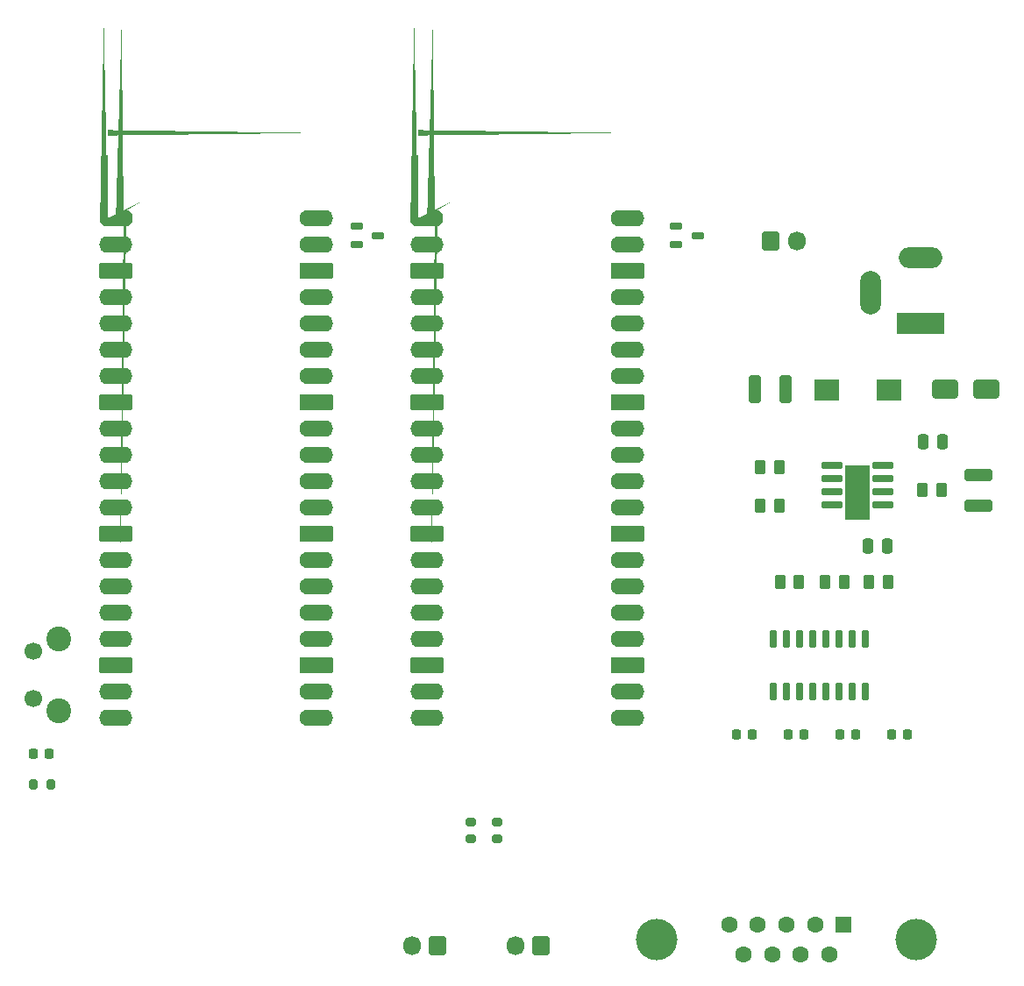
<source format=gbr>
%TF.GenerationSoftware,KiCad,Pcbnew,7.0.1-3b83917a11~172~ubuntu22.04.1*%
%TF.CreationDate,2023-04-16T23:39:10+09:00*%
%TF.ProjectId,pcb,7063622e-6b69-4636-9164-5f7063625858,rev?*%
%TF.SameCoordinates,Original*%
%TF.FileFunction,Soldermask,Top*%
%TF.FilePolarity,Negative*%
%FSLAX46Y46*%
G04 Gerber Fmt 4.6, Leading zero omitted, Abs format (unit mm)*
G04 Created by KiCad (PCBNEW 7.0.1-3b83917a11~172~ubuntu22.04.1) date 2023-04-16 23:39:10*
%MOMM*%
%LPD*%
G01*
G04 APERTURE LIST*
G04 Aperture macros list*
%AMRoundRect*
0 Rectangle with rounded corners*
0 $1 Rounding radius*
0 $2 $3 $4 $5 $6 $7 $8 $9 X,Y pos of 4 corners*
0 Add a 4 corners polygon primitive as box body*
4,1,4,$2,$3,$4,$5,$6,$7,$8,$9,$2,$3,0*
0 Add four circle primitives for the rounded corners*
1,1,$1+$1,$2,$3*
1,1,$1+$1,$4,$5*
1,1,$1+$1,$6,$7*
1,1,$1+$1,$8,$9*
0 Add four rect primitives between the rounded corners*
20,1,$1+$1,$2,$3,$4,$5,0*
20,1,$1+$1,$4,$5,$6,$7,0*
20,1,$1+$1,$6,$7,$8,$9,0*
20,1,$1+$1,$8,$9,$2,$3,0*%
%AMFreePoly0*
4,1,58,1.881242,0.792533,1.914585,0.788777,1.924216,0.782725,1.935306,0.780194,1.961541,0.759271,1.989950,0.741421,2.341421,0.389950,2.359271,0.361541,2.380194,0.335306,2.382725,0.324216,2.388777,0.314585,2.392533,0.281242,2.400000,0.248529,2.400000,-0.248529,2.392533,-0.281242,2.388777,-0.314585,2.382725,-0.324216,2.380194,-0.335306,2.359271,-0.361541,2.341421,-0.389950,
1.989950,-0.741421,1.961541,-0.759271,1.935306,-0.780194,1.924216,-0.782725,1.914585,-0.788777,1.881242,-0.792533,1.848529,-0.800000,0.000000,-0.800000,-0.248529,-0.800000,-0.281242,-0.792533,-0.314585,-0.788777,-0.324216,-0.782725,-0.335306,-0.780194,-0.361541,-0.759271,-0.389950,-0.741421,-0.741421,-0.389950,-0.759271,-0.361541,-0.780194,-0.335306,-0.782725,-0.324216,-0.788777,-0.314585,
-0.792533,-0.281242,-0.800000,-0.248529,-0.800000,0.248529,-0.792533,0.281242,-0.788777,0.314585,-0.782725,0.324216,-0.780194,0.335306,-0.759271,0.361541,-0.741421,0.389950,-0.389950,0.741421,-0.361541,0.759271,-0.335306,0.780194,-0.324216,0.782725,-0.314585,0.788777,-0.281242,0.792533,-0.248529,0.800000,1.848529,0.800000,1.881242,0.792533,1.881242,0.792533,$1*%
%AMFreePoly1*
4,1,58,0.281242,0.792533,0.314585,0.788777,0.324216,0.782725,0.335306,0.780194,0.361541,0.759271,0.389950,0.741421,0.741421,0.389950,0.759271,0.361541,0.780194,0.335306,0.782725,0.324216,0.788777,0.314585,0.792533,0.281242,0.800000,0.248529,0.800000,-0.248529,0.792533,-0.281242,0.788777,-0.314585,0.782725,-0.324216,0.780194,-0.335306,0.759271,-0.361541,0.741421,-0.389950,
0.389950,-0.741421,0.361541,-0.759271,0.335306,-0.780194,0.324216,-0.782725,0.314585,-0.788777,0.281242,-0.792533,0.248529,-0.800000,0.000000,-0.800000,-0.248529,-0.800000,-0.281242,-0.792533,-0.314585,-0.788777,-0.324216,-0.782725,-0.335306,-0.780194,-0.361541,-0.759271,-0.389950,-0.741421,-0.741421,-0.389950,-0.759271,-0.361541,-0.780194,-0.335306,-0.782725,-0.324216,-0.788777,-0.314585,
-0.792533,-0.281242,-0.800000,-0.248529,-0.800000,0.248529,-0.792533,0.281242,-0.788777,0.314585,-0.782725,0.324216,-0.780194,0.335306,-0.759271,0.361541,-0.741421,0.389950,-0.389950,0.741421,-0.361541,0.759271,-0.335306,0.780194,-0.324216,0.782725,-0.314585,0.788777,-0.281242,0.792533,-0.248529,0.800000,0.248529,0.800000,0.281242,0.792533,0.281242,0.792533,$1*%
G04 Aperture macros list end*
%ADD10RoundRect,0.150000X0.150000X-0.725000X0.150000X0.725000X-0.150000X0.725000X-0.150000X-0.725000X0*%
%ADD11RoundRect,0.200000X-0.275000X0.200000X-0.275000X-0.200000X0.275000X-0.200000X0.275000X0.200000X0*%
%ADD12C,4.000000*%
%ADD13R,1.600000X1.600000*%
%ADD14C,1.600000*%
%ADD15RoundRect,0.250000X0.600000X0.675000X-0.600000X0.675000X-0.600000X-0.675000X0.600000X-0.675000X0*%
%ADD16O,1.700000X1.850000*%
%ADD17RoundRect,0.225000X-0.225000X-0.250000X0.225000X-0.250000X0.225000X0.250000X-0.225000X0.250000X0*%
%ADD18RoundRect,0.250000X0.262500X0.450000X-0.262500X0.450000X-0.262500X-0.450000X0.262500X-0.450000X0*%
%ADD19RoundRect,0.250000X-0.262500X-0.450000X0.262500X-0.450000X0.262500X0.450000X-0.262500X0.450000X0*%
%ADD20RoundRect,0.250000X-0.250000X-0.475000X0.250000X-0.475000X0.250000X0.475000X-0.250000X0.475000X0*%
%ADD21RoundRect,0.250000X-1.100000X0.325000X-1.100000X-0.325000X1.100000X-0.325000X1.100000X0.325000X0*%
%ADD22RoundRect,0.200000X0.200000X0.275000X-0.200000X0.275000X-0.200000X-0.275000X0.200000X-0.275000X0*%
%ADD23R,2.450000X2.100000*%
%ADD24RoundRect,0.225000X0.225000X0.250000X-0.225000X0.250000X-0.225000X-0.250000X0.225000X-0.250000X0*%
%ADD25FreePoly0,0.000000*%
%ADD26FreePoly1,0.000000*%
%ADD27O,3.200000X1.600000*%
%ADD28RoundRect,0.200000X-1.400000X-0.600000X1.400000X-0.600000X1.400000X0.600000X-1.400000X0.600000X0*%
%ADD29RoundRect,0.200000X-0.600000X-0.600000X0.600000X-0.600000X0.600000X0.600000X-0.600000X0.600000X0*%
%ADD30RoundRect,0.250000X-1.000000X-0.650000X1.000000X-0.650000X1.000000X0.650000X-1.000000X0.650000X0*%
%ADD31R,4.600000X2.000000*%
%ADD32O,4.200000X2.000000*%
%ADD33O,2.000000X4.200000*%
%ADD34RoundRect,0.250000X-0.600000X-0.675000X0.600000X-0.675000X0.600000X0.675000X-0.600000X0.675000X0*%
%ADD35C,2.400000*%
%ADD36C,1.700000*%
%ADD37RoundRect,0.048800X-0.541200X-0.256200X0.541200X-0.256200X0.541200X0.256200X-0.541200X0.256200X0*%
%ADD38RoundRect,0.096000X-0.889000X-0.204000X0.889000X-0.204000X0.889000X0.204000X-0.889000X0.204000X0*%
%ADD39R,2.410000X5.300000*%
%ADD40RoundRect,0.250000X0.325000X1.100000X-0.325000X1.100000X-0.325000X-1.100000X0.325000X-1.100000X0*%
G04 APERTURE END LIST*
D10*
%TO.C,U3*%
X94169400Y-67606200D03*
X95439400Y-67606200D03*
X96709400Y-67606200D03*
X97979400Y-67606200D03*
X99249400Y-67606200D03*
X100519400Y-67606200D03*
X101789400Y-67606200D03*
X103059400Y-67606200D03*
X103059400Y-62456200D03*
X101789400Y-62456200D03*
X100519400Y-62456200D03*
X99249400Y-62456200D03*
X97979400Y-62456200D03*
X96709400Y-62456200D03*
X95439400Y-62456200D03*
X94169400Y-62456200D03*
%TD*%
D11*
%TO.C,R7*%
X67564000Y-80162400D03*
X67564000Y-81812400D03*
%TD*%
D12*
%TO.C,J4*%
X82960000Y-91533900D03*
X107960000Y-91533900D03*
D13*
X101000000Y-90113900D03*
D14*
X98230000Y-90113900D03*
X95460000Y-90113900D03*
X92690000Y-90113900D03*
X89920000Y-90113900D03*
X99615000Y-92953900D03*
X96845000Y-92953900D03*
X94075000Y-92953900D03*
X91305000Y-92953900D03*
%TD*%
D15*
%TO.C,J5*%
X61772800Y-92151200D03*
D16*
X59272800Y-92151200D03*
%TD*%
D11*
%TO.C,R8*%
X64998600Y-80162400D03*
X64998600Y-81812400D03*
%TD*%
D17*
%TO.C,C8*%
X105598800Y-71727200D03*
X107148800Y-71727200D03*
%TD*%
%TO.C,C9*%
X22745400Y-73558400D03*
X24295400Y-73558400D03*
%TD*%
%TO.C,C5*%
X95598800Y-71727200D03*
X97148800Y-71727200D03*
%TD*%
D18*
%TO.C,R2*%
X94779000Y-49654600D03*
X92954000Y-49654600D03*
%TD*%
D19*
%TO.C,R6*%
X99227800Y-57020600D03*
X101052800Y-57020600D03*
%TD*%
D20*
%TO.C,C3*%
X103328600Y-53513600D03*
X105228600Y-53513600D03*
%TD*%
D19*
%TO.C,R3*%
X108623900Y-48130600D03*
X110448900Y-48130600D03*
%TD*%
D21*
%TO.C,C1*%
X114006800Y-46655600D03*
X114006800Y-49605600D03*
%TD*%
D22*
%TO.C,R9*%
X24396200Y-76530200D03*
X22746200Y-76530200D03*
%TD*%
D15*
%TO.C,J6*%
X71780400Y-92151200D03*
D16*
X69280400Y-92151200D03*
%TD*%
D18*
%TO.C,R4*%
X105267300Y-57020600D03*
X103442300Y-57020600D03*
%TD*%
D17*
%TO.C,C6*%
X100598800Y-71727200D03*
X102148800Y-71727200D03*
%TD*%
D19*
%TO.C,R5*%
X94833600Y-57020600D03*
X96658600Y-57020600D03*
%TD*%
D23*
%TO.C,L1*%
X105373600Y-38427800D03*
X99373600Y-38427800D03*
%TD*%
D24*
%TO.C,C7*%
X92148800Y-71727200D03*
X90598800Y-71727200D03*
%TD*%
D25*
%TO.C,U2*%
X59918800Y-21894800D03*
D26*
X61518800Y-21894800D03*
D27*
X60718800Y-24434800D03*
D14*
X61518800Y-24434800D03*
D28*
X60718800Y-26974800D03*
D29*
X61518800Y-26974800D03*
D27*
X60718800Y-29514800D03*
D14*
X61518800Y-29514800D03*
D27*
X60718800Y-32054800D03*
D14*
X61518800Y-32054800D03*
D27*
X60718800Y-34594800D03*
D14*
X61518800Y-34594800D03*
D27*
X60718800Y-37134800D03*
D14*
X61518800Y-37134800D03*
D28*
X60718800Y-39674800D03*
D29*
X61518800Y-39674800D03*
D27*
X60718800Y-42214800D03*
D14*
X61518800Y-42214800D03*
D27*
X60718800Y-44754800D03*
D14*
X61518800Y-44754800D03*
D27*
X60718800Y-47294800D03*
D14*
X61518800Y-47294800D03*
D27*
X60718800Y-49834800D03*
D14*
X61518800Y-49834800D03*
D28*
X60718800Y-52374800D03*
D29*
X61518800Y-52374800D03*
D27*
X60718800Y-54914800D03*
D14*
X61518800Y-54914800D03*
D27*
X60718800Y-57454800D03*
D14*
X61518800Y-57454800D03*
D27*
X60718800Y-59994800D03*
D14*
X61518800Y-59994800D03*
D27*
X60718800Y-62534800D03*
D14*
X61518800Y-62534800D03*
D28*
X60718800Y-65074800D03*
D29*
X61518800Y-65074800D03*
D27*
X60718800Y-67614800D03*
D14*
X61518800Y-67614800D03*
D27*
X60718800Y-70154800D03*
D14*
X61518800Y-70154800D03*
X79298800Y-70154800D03*
D27*
X80098800Y-70154800D03*
D14*
X79298800Y-67614800D03*
D27*
X80098800Y-67614800D03*
D29*
X79298800Y-65074800D03*
D28*
X80098800Y-65074800D03*
D14*
X79298800Y-62534800D03*
D27*
X80098800Y-62534800D03*
D14*
X79298800Y-59994800D03*
D27*
X80098800Y-59994800D03*
D14*
X79298800Y-57454800D03*
D27*
X80098800Y-57454800D03*
D14*
X79298800Y-54914800D03*
D27*
X80098800Y-54914800D03*
D29*
X79298800Y-52374800D03*
D28*
X80098800Y-52374800D03*
D14*
X79298800Y-49834800D03*
D27*
X80098800Y-49834800D03*
D14*
X79298800Y-47294800D03*
D27*
X80098800Y-47294800D03*
D14*
X79298800Y-44754800D03*
D27*
X80098800Y-44754800D03*
D14*
X79298800Y-42214800D03*
D27*
X80098800Y-42214800D03*
D29*
X79298800Y-39674800D03*
D28*
X80098800Y-39674800D03*
D14*
X79298800Y-37134800D03*
D27*
X80098800Y-37134800D03*
D14*
X79298800Y-34594800D03*
D27*
X80098800Y-34594800D03*
D14*
X79298800Y-32054800D03*
D27*
X80098800Y-32054800D03*
D14*
X79298800Y-29514800D03*
D27*
X80098800Y-29514800D03*
D29*
X79298800Y-26974800D03*
D28*
X80098800Y-26974800D03*
D14*
X79298800Y-24434800D03*
D27*
X80098800Y-24434800D03*
D14*
X79298800Y-21894800D03*
D27*
X80098800Y-21894800D03*
%TD*%
D30*
%TO.C,D1*%
X110787600Y-38402400D03*
X114787600Y-38402400D03*
%TD*%
D31*
%TO.C,J1*%
X108381800Y-31979400D03*
D32*
X108381800Y-25679400D03*
D33*
X103581800Y-29079400D03*
%TD*%
D34*
%TO.C,J3*%
X93974600Y-24018000D03*
D16*
X96474600Y-24018000D03*
%TD*%
D35*
%TO.C,SW1*%
X25222200Y-69469000D03*
X25222200Y-62469000D03*
D36*
X22722200Y-68219000D03*
X22722200Y-63719000D03*
%TD*%
D37*
%TO.C,Q2*%
X84836000Y-22604800D03*
X84836000Y-24434800D03*
X86886000Y-23519800D03*
%TD*%
%TO.C,Q1*%
X53991400Y-22605400D03*
X53991400Y-24435400D03*
X56041400Y-23520400D03*
%TD*%
D20*
%TO.C,C2*%
X108662600Y-43431600D03*
X110562600Y-43431600D03*
%TD*%
D19*
%TO.C,R1*%
X92954000Y-45870000D03*
X94779000Y-45870000D03*
%TD*%
D25*
%TO.C,U4*%
X29896000Y-21894800D03*
D26*
X31496000Y-21894800D03*
D27*
X30696000Y-24434800D03*
D14*
X31496000Y-24434800D03*
D28*
X30696000Y-26974800D03*
D29*
X31496000Y-26974800D03*
D27*
X30696000Y-29514800D03*
D14*
X31496000Y-29514800D03*
D27*
X30696000Y-32054800D03*
D14*
X31496000Y-32054800D03*
D27*
X30696000Y-34594800D03*
D14*
X31496000Y-34594800D03*
D27*
X30696000Y-37134800D03*
D14*
X31496000Y-37134800D03*
D28*
X30696000Y-39674800D03*
D29*
X31496000Y-39674800D03*
D27*
X30696000Y-42214800D03*
D14*
X31496000Y-42214800D03*
D27*
X30696000Y-44754800D03*
D14*
X31496000Y-44754800D03*
D27*
X30696000Y-47294800D03*
D14*
X31496000Y-47294800D03*
D27*
X30696000Y-49834800D03*
D14*
X31496000Y-49834800D03*
D28*
X30696000Y-52374800D03*
D29*
X31496000Y-52374800D03*
D27*
X30696000Y-54914800D03*
D14*
X31496000Y-54914800D03*
D27*
X30696000Y-57454800D03*
D14*
X31496000Y-57454800D03*
D27*
X30696000Y-59994800D03*
D14*
X31496000Y-59994800D03*
D27*
X30696000Y-62534800D03*
D14*
X31496000Y-62534800D03*
D28*
X30696000Y-65074800D03*
D29*
X31496000Y-65074800D03*
D27*
X30696000Y-67614800D03*
D14*
X31496000Y-67614800D03*
D27*
X30696000Y-70154800D03*
D14*
X31496000Y-70154800D03*
X49276000Y-70154800D03*
D27*
X50076000Y-70154800D03*
D14*
X49276000Y-67614800D03*
D27*
X50076000Y-67614800D03*
D29*
X49276000Y-65074800D03*
D28*
X50076000Y-65074800D03*
D14*
X49276000Y-62534800D03*
D27*
X50076000Y-62534800D03*
D14*
X49276000Y-59994800D03*
D27*
X50076000Y-59994800D03*
D14*
X49276000Y-57454800D03*
D27*
X50076000Y-57454800D03*
D14*
X49276000Y-54914800D03*
D27*
X50076000Y-54914800D03*
D29*
X49276000Y-52374800D03*
D28*
X50076000Y-52374800D03*
D14*
X49276000Y-49834800D03*
D27*
X50076000Y-49834800D03*
D14*
X49276000Y-47294800D03*
D27*
X50076000Y-47294800D03*
D14*
X49276000Y-44754800D03*
D27*
X50076000Y-44754800D03*
D14*
X49276000Y-42214800D03*
D27*
X50076000Y-42214800D03*
D29*
X49276000Y-39674800D03*
D28*
X50076000Y-39674800D03*
D14*
X49276000Y-37134800D03*
D27*
X50076000Y-37134800D03*
D14*
X49276000Y-34594800D03*
D27*
X50076000Y-34594800D03*
D14*
X49276000Y-32054800D03*
D27*
X50076000Y-32054800D03*
D14*
X49276000Y-29514800D03*
D27*
X50076000Y-29514800D03*
D29*
X49276000Y-26974800D03*
D28*
X50076000Y-26974800D03*
D14*
X49276000Y-24434800D03*
D27*
X50076000Y-24434800D03*
D14*
X49276000Y-21894800D03*
D27*
X50076000Y-21894800D03*
%TD*%
D38*
%TO.C,U1*%
X99847800Y-45715800D03*
X99847800Y-46985800D03*
X99847800Y-48255800D03*
X99847800Y-49525800D03*
X104797800Y-49525800D03*
X104797800Y-48255800D03*
X104797800Y-46985800D03*
X104797800Y-45715800D03*
D39*
X102322800Y-48370800D03*
%TD*%
D40*
%TO.C,C4*%
X95339600Y-38402400D03*
X92389600Y-38402400D03*
%TD*%
M02*

</source>
